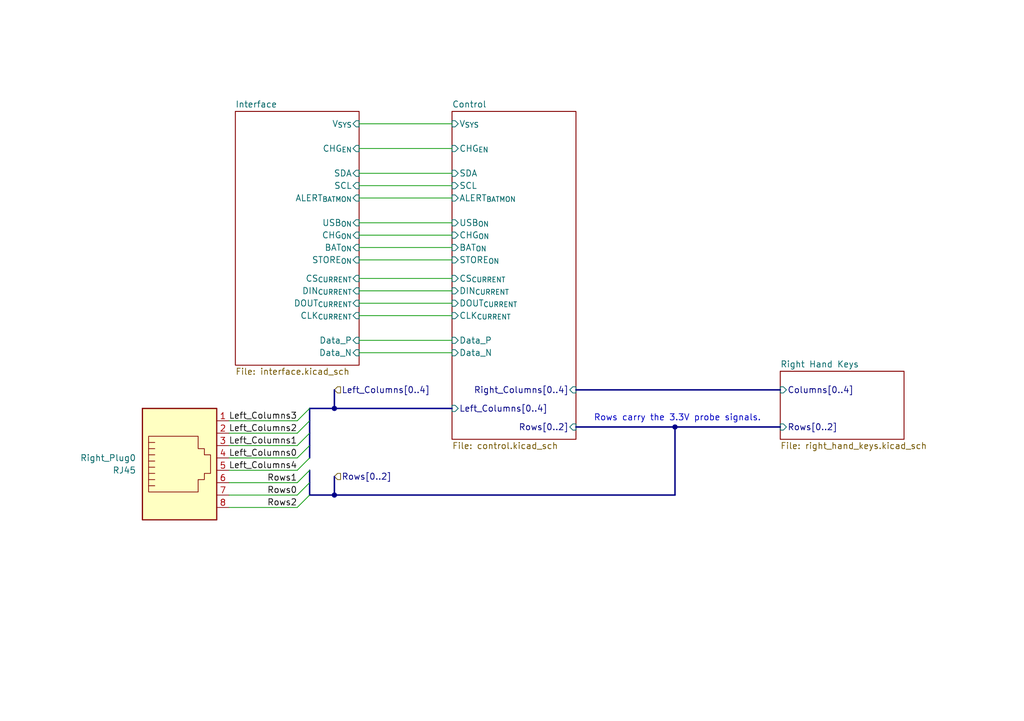
<source format=kicad_sch>
(kicad_sch (version 20250114) (generator "eeschema") (generator_version "9.0")
  (paper "A5")
  (title_block (title "Stenoswitch") (rev "0.1") (company "https://github.com/Bennett-Petzold/port_plover") (comment 1 "NO WARRANTY. See license.") (comment 2 "https://creativecommons.org/licenses/by-sa/4.0/") (comment 3 "© 2025. This work is openly licensed via CC BY-SA 4.0."))
  (lib_symbols
    (symbol "Connector:RJ45" (pin_names (offset 1.016))
      (property "Reference" "J" (at -5.08 13.97 0))
      (property "Value" "RJ45" (at 2.54 13.97 0))
      (symbol "RJ45_0_1"
        (polyline (pts (xy -6.35 1.905) (xy -5.08 1.905) (xy -5.08 1.905)))
        (polyline (pts (xy -6.35 0.635) (xy -5.08 0.635) (xy -5.08 0.635)))
        (polyline (pts (xy -6.35 -0.635) (xy -5.08 -0.635) (xy -5.08 -0.635)))
        (polyline (pts (xy -6.35 -1.905) (xy -5.08 -1.905) (xy -5.08 -1.905)))
        (polyline (pts (xy -6.35 -3.175) (xy -5.08 -3.175) (xy -5.08 -3.175)))
        (polyline (pts (xy -6.35 -4.445) (xy -6.35 6.985) (xy 3.81 6.985) (xy 3.81 4.445) (xy 5.08 4.445) (xy 5.08 3.175) (xy 6.35 3.175) (xy 6.35 -0.635) (xy 5.08 -0.635) (xy 5.08 -1.905) (xy 3.81 -1.905) (xy 3.81 -4.445) (xy -6.35 -4.445) (xy -6.35 -4.445)))
        (polyline (pts (xy -5.08 5.715) (xy -6.35 5.715)))
        (polyline (pts (xy -5.08 4.445) (xy -6.35 4.445)))
        (polyline (pts (xy -5.08 3.175) (xy -6.35 3.175) (xy -6.35 3.175)))
        (rectangle (start 7.62 12.7) (end -7.62 -10.16) (stroke (width 0.254)) (fill (type background)))
      )
      (symbol "RJ45_1_1"
        (pin passive line (at 10.16 10.16 180) (length 2.54) (name "~") (number "8"))
        (pin passive line (at 10.16 7.62 180) (length 2.54) (name "~") (number "7"))
        (pin passive line (at 10.16 5.08 180) (length 2.54) (name "~") (number "6"))
        (pin passive line (at 10.16 2.54 180) (length 2.54) (name "~") (number "5"))
        (pin passive line (at 10.16 0 180) (length 2.54) (name "~") (number "4"))
        (pin passive line (at 10.16 -2.54 180) (length 2.54) (name "~") (number "3"))
        (pin passive line (at 10.16 -5.08 180) (length 2.54) (name "~") (number "2"))
        (pin passive line (at 10.16 -7.62 180) (length 2.54) (name "~") (number "1"))
      )
    )
  )
  (text "Rows carry the 3.3V probe signals." (at 138.938 85.852 0) (effects (font (size 1.27 1.27))))
  (junction (at 68.58 101.6))
  (junction (at 68.58 83.82))
  (junction (at 138.43 87.63))
  (bus_entry (at 63.5 101.6) (size -2.54 2.54))
  (bus_entry (at 63.5 86.36) (size -2.54 2.54))
  (bus_entry (at 63.5 99.06) (size -2.54 2.54))
  (bus_entry (at 63.5 93.98) (size -2.54 2.54))
  (bus_entry (at 63.5 96.52) (size -2.54 2.54))
  (bus_entry (at 63.5 88.9) (size -2.54 2.54))
  (bus_entry (at 63.5 91.44) (size -2.54 2.54))
  (bus_entry (at 63.5 83.82) (size -2.54 2.54))
  (wire (pts (xy 60.96 88.9) (xy 46.99 88.9)))
  (bus (pts (xy 118.11 87.63) (xy 138.43 87.63)))
  (bus (pts (xy 63.5 86.36) (xy 63.5 88.9)))
  (wire (pts (xy 73.66 48.26) (xy 92.71 48.26)))
  (wire (pts (xy 73.66 40.64) (xy 92.71 40.64)))
  (wire (pts (xy 73.66 38.1) (xy 92.71 38.1)))
  (wire (pts (xy 60.96 101.6) (xy 46.99 101.6)))
  (bus (pts (xy 68.58 80.01) (xy 68.58 83.82)))
  (wire (pts (xy 60.96 91.44) (xy 46.99 91.44)))
  (bus (pts (xy 138.43 101.6) (xy 138.43 87.63)))
  (wire (pts (xy 60.96 86.36) (xy 46.99 86.36)))
  (bus (pts (xy 63.5 96.52) (xy 63.5 99.06)))
  (wire (pts (xy 73.66 62.23) (xy 92.71 62.23)))
  (bus (pts (xy 160.02 80.01) (xy 118.11 80.01)))
  (bus (pts (xy 63.5 83.82) (xy 68.58 83.82)))
  (bus (pts (xy 68.58 97.79) (xy 68.58 101.6)))
  (wire (pts (xy 73.66 72.39) (xy 92.71 72.39)))
  (bus (pts (xy 63.5 83.82) (xy 63.5 86.36)))
  (bus (pts (xy 68.58 83.82) (xy 92.71 83.82)))
  (bus (pts (xy 63.5 101.6) (xy 68.58 101.6)))
  (wire (pts (xy 73.66 69.85) (xy 92.71 69.85)))
  (bus (pts (xy 68.58 101.6) (xy 138.43 101.6)))
  (wire (pts (xy 73.66 30.48) (xy 92.71 30.48)))
  (bus (pts (xy 63.5 91.44) (xy 63.5 93.98)))
  (bus (pts (xy 138.43 87.63) (xy 160.02 87.63)))
  (wire (pts (xy 60.96 93.98) (xy 46.99 93.98)))
  (wire (pts (xy 60.96 99.06) (xy 46.99 99.06)))
  (bus (pts (xy 63.5 99.06) (xy 63.5 101.6)))
  (wire (pts (xy 73.66 57.15) (xy 92.71 57.15)))
  (wire (pts (xy 73.66 45.72) (xy 92.71 45.72)))
  (wire (pts (xy 73.66 50.8) (xy 92.71 50.8)))
  (wire (pts (xy 73.66 59.69) (xy 92.71 59.69)))
  (wire (pts (xy 73.66 35.56) (xy 92.71 35.56)))
  (wire (pts (xy 60.96 104.14) (xy 46.99 104.14)))
  (wire (pts (xy 73.66 64.77) (xy 92.71 64.77)))
  (bus (pts (xy 63.5 88.9) (xy 63.5 91.44)))
  (wire (pts (xy 60.96 96.52) (xy 46.99 96.52)))
  (wire (pts (xy 73.66 25.4) (xy 92.71 25.4)))
  (wire (pts (xy 73.66 53.34) (xy 92.71 53.34)))
  (label "Left_Columns1" (at 60.96 91.44 180))
  (label "Rows1" (at 60.96 99.06 180))
  (label "Left_Columns2" (at 60.96 88.9 180))
  (label "Left_Columns0" (at 60.96 93.98 180))
  (label "Left_Columns4" (at 60.96 96.52 180))
  (label "Left_Columns3" (at 60.96 86.36 180))
  (label "Rows0" (at 60.96 101.6 180))
  (label "Rows2" (at 60.96 104.14 180))
  (hierarchical_label "Rows[0..2]" (shape input) (at 68.58 97.79 0))
  (hierarchical_label "Left_Columns[0..4]" (shape input) (at 68.58 80.01 0))
  (symbol (lib_id "Connector:RJ45") (at 36.83 93.98 0) (mirror x) (unit 1)
    (property "Reference" "Right_Plug0" (at 27.94 93.9799 0) (effects (justify right)))
    (property "Value" "RJ45" (at 27.94 96.5199 0) (effects (justify right)))
    (property "Footprint" "custom:8P8C_942" (effects (hide yes)))
    (property "Description" "RJ connector, 8P8C (8 positions 8 connected)" (effects (hide yes)))
  )
  (sheet (at 160.02 76.2) (size 25.4 13.97) (stroke (width 0.1524))
    (property "Sheetname" "Right Hand Keys" (at 160.02 75.4884 0) (effects (justify left bottom)))
    (property "Sheetfile" "right_hand_keys.kicad_sch" (at 160.02 90.7546 0) (effects (justify left top)))
    (pin "Columns[0..4]" input (at 160.02 80.01 180))
    (pin "Rows[0..2]" input (at 160.02 87.63 180))
  )
  (sheet (at 92.71 22.86) (size 25.4 67.31) (stroke (width 0.1524))
    (property "Sheetname" "Control" (at 92.71 22.1484 0) (effects (justify left bottom)))
    (property "Sheetfile" "control.kicad_sch" (at 92.71 90.7546 0) (effects (justify left top)))
    (pin "ALERT_{BATMON}" input (at 92.71 40.64 180))
    (pin "SCL" input (at 92.71 38.1 180))
    (pin "SDA" input (at 92.71 35.56 180))
    (pin "CHG_{EN}" input (at 92.71 30.48 180))
    (pin "Left_Columns[0..4]" input (at 92.71 83.82 180))
    (pin "Data_N" input (at 92.71 72.39 180))
    (pin "Data_P" input (at 92.71 69.85 180))
    (pin "Rows[0..2]" input (at 118.11 87.63 0))
    (pin "STORE_{ON}" input (at 92.71 53.34 180))
    (pin "Right_Columns[0..4]" input (at 118.11 80.01 0))
    (pin "V_{SYS}" input (at 92.71 25.4 180))
    (pin "BAT_{ON}" input (at 92.71 50.8 180))
    (pin "CHG_{ON}" input (at 92.71 48.26 180))
    (pin "USB_{ON}" input (at 92.71 45.72 180))
    (pin "CLK_{CURRENT}" input (at 92.71 64.77 180))
    (pin "CS_{CURRENT}" input (at 92.71 57.15 180))
    (pin "DIN_{CURRENT}" input (at 92.71 59.69 180))
    (pin "DOUT_{CURRENT}" input (at 92.71 62.23 180))
  )
  (sheet (at 48.26 22.86) (size 25.4 52.07) (stroke (width 0.1524))
    (property "Sheetname" "Interface" (at 48.26 22.1484 0) (effects (justify left bottom)))
    (property "Sheetfile" "interface.kicad_sch" (at 48.26 75.5146 0) (effects (justify left top)))
    (pin "Data_N" input (at 73.66 72.39 0))
    (pin "Data_P" input (at 73.66 69.85 0))
    (pin "V_{SYS}" input (at 73.66 25.4 0))
    (pin "ALERT_{BATMON}" input (at 73.66 40.64 0))
    (pin "CHG_{EN}" input (at 73.66 30.48 0))
    (pin "BAT_{ON}" input (at 73.66 50.8 0))
    (pin "CHG_{ON}" input (at 73.66 48.26 0))
    (pin "SCL" input (at 73.66 38.1 0))
    (pin "SDA" input (at 73.66 35.56 0))
    (pin "STORE_{ON}" input (at 73.66 53.34 0))
    (pin "USB_{ON}" input (at 73.66 45.72 0))
    (pin "CLK_{CURRENT}" input (at 73.66 64.77 0))
    (pin "CS_{CURRENT}" input (at 73.66 57.15 0))
    (pin "DIN_{CURRENT}" input (at 73.66 59.69 0))
    (pin "DOUT_{CURRENT}" input (at 73.66 62.23 0))
  )
)
</source>
